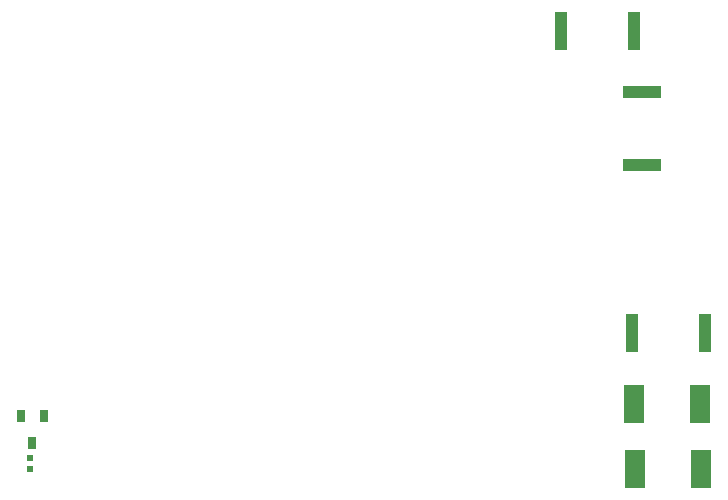
<source format=gbp>
G04 Layer_Color=128*
%FSLAX25Y25*%
%MOIN*%
G70*
G01*
G75*
%ADD10R,0.02441X0.02284*%
%ADD49R,0.02559X0.04134*%
%ADD92R,0.07087X0.12598*%
%ADD93R,0.12992X0.04134*%
%ADD94R,0.04134X0.12992*%
D10*
X210588Y34972D02*
D03*
Y31271D02*
D03*
D49*
X211500Y39772D02*
D03*
X215240Y48828D02*
D03*
X207760D02*
D03*
D92*
X434252Y31201D02*
D03*
X412205D02*
D03*
X411909Y53051D02*
D03*
X433957D02*
D03*
D93*
X414800Y156905D02*
D03*
Y132495D02*
D03*
D94*
X387600Y177300D02*
D03*
X412009D02*
D03*
X435728Y76476D02*
D03*
X411319D02*
D03*
M02*

</source>
